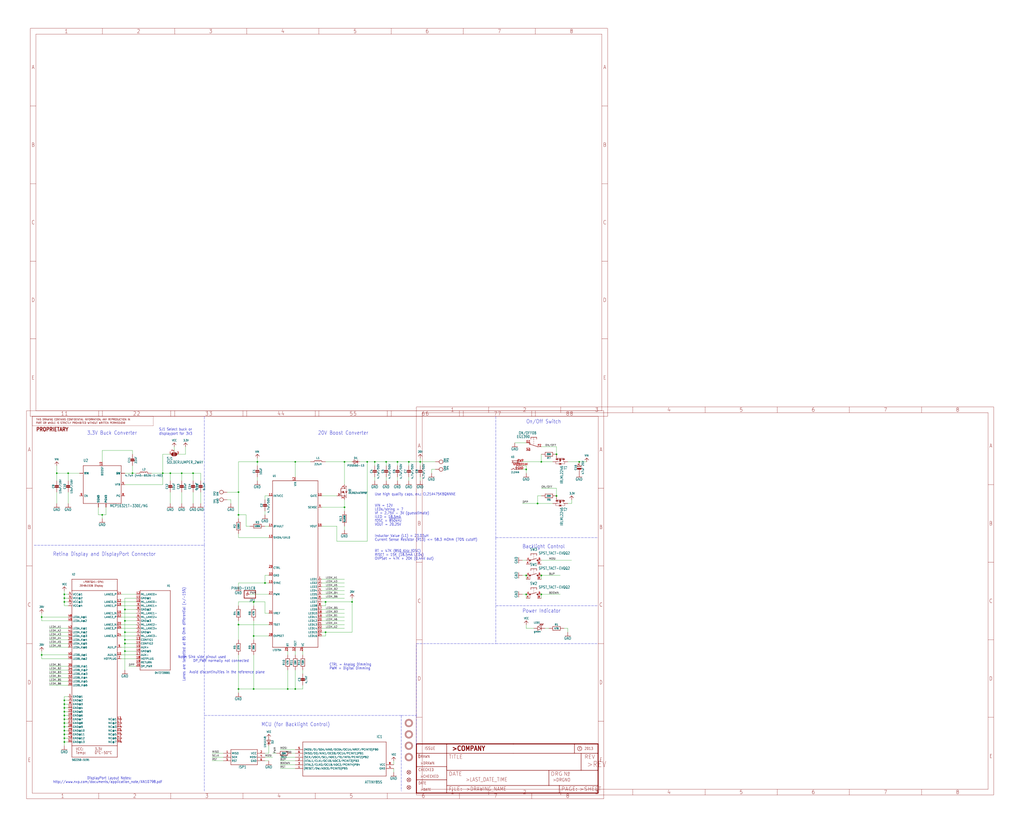
<source format=kicad_sch>
(kicad_sch (version 20211123) (generator eeschema)
  (paper "User" 687.07 555.701)
  (junction (at 353.06 314.96))
  (junction (at 68.58 345.44))
  (junction (at 43.18 480.06))
  (junction (at 373.38 304.8))
  (junction (at 83.82 424.18))
  (junction (at 27.94 414.02))
  (junction (at 170.18 426.72))
  (junction (at 109.22 317.5))
  (junction (at 160.02 330.2))
  (junction (at 43.18 401.32))
  (junction (at 193.04 462.28))
  (junction (at 38.1 317.5))
  (junction (at 388.62 309.88))
  (junction (at 198.12 462.28))
  (junction (at 160.02 462.28))
  (junction (at 266.7 309.88))
  (junction (at 43.18 490.22))
  (junction (at 43.18 474.98))
  (junction (at 43.18 398.78))
  (junction (at 27.94 439.42))
  (junction (at 274.32 309.88))
  (junction (at 43.18 487.68))
  (junction (at 170.18 462.28))
  (junction (at 236.22 403.86))
  (junction (at 259.08 309.88))
  (junction (at 172.72 309.88))
  (junction (at 363.22 309.88))
  (junction (at 281.94 309.88))
  (junction (at 218.44 403.86))
  (junction (at 45.72 317.5))
  (junction (at 43.18 472.44))
  (junction (at 83.82 436.88))
  (junction (at 83.82 416.56))
  (junction (at 170.18 403.86))
  (junction (at 83.82 429.26))
  (junction (at 83.82 408.94))
  (junction (at 363.22 398.78))
  (junction (at 43.18 495.3))
  (junction (at 43.18 497.84))
  (junction (at 353.06 386.08))
  (junction (at 363.22 386.08))
  (junction (at 373.38 332.74))
  (junction (at 160.02 419.1))
  (junction (at 198.12 309.88))
  (junction (at 231.14 309.88))
  (junction (at 160.02 345.44))
  (junction (at 83.82 431.8))
  (junction (at 43.18 492.76))
  (junction (at 43.18 477.52))
  (junction (at 246.38 309.88))
  (junction (at 43.18 469.9))
  (junction (at 218.44 424.18))
  (junction (at 129.54 317.5))
  (junction (at 353.06 398.78))
  (junction (at 177.8 391.16))
  (junction (at 43.18 485.14))
  (junction (at 43.18 403.86))
  (junction (at 360.68 337.82))
  (junction (at 121.92 317.5))
  (junction (at 114.3 317.5))
  (junction (at 43.18 482.6))
  (junction (at 251.46 309.88))
  (junction (at 231.14 340.36))
  (junction (at 88.9 317.5))
  (wire (pts (xy 43.18 487.68) (xy 43.18 490.22)))
  (wire (pts (xy 45.72 469.9) (xy 43.18 469.9)))
  (wire (pts (xy 350.52 312.42) (xy 353.06 312.42)))
  (wire (pts (xy 121.92 317.5) (xy 129.54 317.5)))
  (wire (pts (xy 360.68 332.74) (xy 360.68 337.82)))
  (wire (pts (xy 180.34 419.1) (xy 160.02 419.1)))
  (wire (pts (xy 91.44 439.42) (xy 81.28 439.42)))
  (wire (pts (xy 121.92 322.58) (xy 121.92 317.5)))
  (wire (pts (xy 53.34 317.5) (xy 45.72 317.5)))
  (wire (pts (xy 45.72 485.14) (xy 43.18 485.14)))
  (wire (pts (xy 274.32 309.88) (xy 281.94 309.88)))
  (wire (pts (xy 91.44 406.4) (xy 81.28 406.4)))
  (wire (pts (xy 203.2 436.88) (xy 203.2 439.42)))
  (wire (pts (xy 45.72 472.44) (xy 43.18 472.44)))
  (wire (pts (xy 45.72 467.36) (xy 43.18 467.36)))
  (wire (pts (xy 45.72 406.4) (xy 43.18 406.4)))
  (wire (pts (xy 43.18 467.36) (xy 43.18 469.9)))
  (polyline (pts (xy 332.74 279.4) (xy 332.74 360.68)))
  (wire (pts (xy 218.44 426.72) (xy 218.44 424.18)))
  (wire (pts (xy 180.34 500.38) (xy 180.34 505.46)))
  (wire (pts (xy 231.14 340.36) (xy 231.14 342.9)))
  (polyline (pts (xy 22.86 365.76) (xy 137.16 365.76)))
  (wire (pts (xy 180.34 426.72) (xy 170.18 426.72)))
  (polyline (pts (xy 269.24 480.06) (xy 269.24 530.86)))
  (wire (pts (xy 236.22 424.18) (xy 236.22 403.86)))
  (wire (pts (xy 231.14 419.1) (xy 215.9 419.1)))
  (wire (pts (xy 91.44 411.48) (xy 81.28 411.48)))
  (wire (pts (xy 198.12 436.88) (xy 198.12 439.42)))
  (polyline (pts (xy 332.74 406.4) (xy 401.32 406.4)))
  (wire (pts (xy 246.38 309.88) (xy 241.3 309.88)))
  (wire (pts (xy 177.8 505.46) (xy 180.34 505.46)))
  (wire (pts (xy 68.58 302.26) (xy 88.9 302.26)))
  (wire (pts (xy 149.86 508) (xy 142.24 508)))
  (wire (pts (xy 215.9 403.86) (xy 218.44 403.86)))
  (wire (pts (xy 172.72 309.88) (xy 198.12 309.88)))
  (wire (pts (xy 231.14 421.64) (xy 215.9 421.64)))
  (wire (pts (xy 83.82 436.88) (xy 83.82 449.58)))
  (wire (pts (xy 83.82 431.8) (xy 83.82 436.88)))
  (wire (pts (xy 353.06 312.42) (xy 353.06 314.96)))
  (wire (pts (xy 215.9 424.18) (xy 218.44 424.18)))
  (wire (pts (xy 363.22 327.66) (xy 373.38 327.66)))
  (wire (pts (xy 177.8 386.08) (xy 177.8 391.16)))
  (wire (pts (xy 43.18 477.52) (xy 43.18 480.06)))
  (wire (pts (xy 246.38 363.22) (xy 246.38 309.88)))
  (wire (pts (xy 88.9 317.5) (xy 91.44 317.5)))
  (wire (pts (xy 266.7 312.42) (xy 266.7 309.88)))
  (wire (pts (xy 71.12 340.36) (xy 71.12 345.44)))
  (wire (pts (xy 193.04 449.58) (xy 193.04 462.28)))
  (polyline (pts (xy 137.16 365.76) (xy 137.16 279.4)))
  (wire (pts (xy 45.72 459.74) (xy 33.02 459.74)))
  (wire (pts (xy 45.72 495.3) (xy 43.18 495.3)))
  (wire (pts (xy 43.18 401.32) (xy 43.18 398.78)))
  (wire (pts (xy 363.22 304.8) (xy 363.22 309.88)))
  (wire (pts (xy 114.3 330.2) (xy 114.3 337.82)))
  (wire (pts (xy 45.72 429.26) (xy 33.02 429.26)))
  (wire (pts (xy 152.4 330.2) (xy 160.02 330.2)))
  (wire (pts (xy 353.06 398.78) (xy 353.06 401.32)))
  (wire (pts (xy 167.64 353.06) (xy 165.1 353.06)))
  (polyline (pts (xy 137.16 530.86) (xy 137.16 480.06)))
  (wire (pts (xy 160.02 406.4) (xy 160.02 403.86)))
  (wire (pts (xy 165.1 345.44) (xy 165.1 353.06)))
  (wire (pts (xy 231.14 391.16) (xy 215.9 391.16)))
  (wire (pts (xy 45.72 434.34) (xy 33.02 434.34)))
  (wire (pts (xy 45.72 474.98) (xy 43.18 474.98)))
  (wire (pts (xy 365.76 421.64) (xy 368.3 421.64)))
  (wire (pts (xy 109.22 317.5) (xy 101.6 317.5)))
  (wire (pts (xy 109.22 317.5) (xy 114.3 317.5)))
  (wire (pts (xy 83.82 429.26) (xy 83.82 431.8)))
  (wire (pts (xy 231.14 309.88) (xy 236.22 309.88)))
  (wire (pts (xy 91.44 401.32) (xy 83.82 401.32)))
  (wire (pts (xy 91.44 431.8) (xy 83.82 431.8)))
  (wire (pts (xy 43.18 472.44) (xy 43.18 474.98)))
  (wire (pts (xy 45.72 317.5) (xy 38.1 317.5)))
  (wire (pts (xy 45.72 414.02) (xy 27.94 414.02)))
  (wire (pts (xy 152.4 335.28) (xy 154.94 335.28)))
  (wire (pts (xy 142.24 505.46) (xy 149.86 505.46)))
  (wire (pts (xy 177.8 342.9) (xy 177.8 345.44)))
  (wire (pts (xy 83.82 416.56) (xy 83.82 424.18)))
  (wire (pts (xy 43.18 474.98) (xy 43.18 477.52)))
  (wire (pts (xy 160.02 360.68) (xy 160.02 358.14)))
  (wire (pts (xy 43.18 469.9) (xy 43.18 472.44)))
  (wire (pts (xy 172.72 309.88) (xy 172.72 312.42)))
  (wire (pts (xy 91.44 441.96) (xy 81.28 441.96)))
  (wire (pts (xy 180.34 391.16) (xy 177.8 391.16)))
  (wire (pts (xy 160.02 309.88) (xy 172.72 309.88)))
  (wire (pts (xy 378.46 421.64) (xy 381 421.64)))
  (wire (pts (xy 45.72 477.52) (xy 43.18 477.52)))
  (wire (pts (xy 134.62 317.5) (xy 134.62 322.58)))
  (wire (pts (xy 91.44 398.78) (xy 81.28 398.78)))
  (wire (pts (xy 198.12 515.62) (xy 187.96 515.62)))
  (wire (pts (xy 43.18 490.22) (xy 43.18 492.76)))
  (wire (pts (xy 119.38 304.8) (xy 124.46 304.8)))
  (wire (pts (xy 218.44 309.88) (xy 231.14 309.88)))
  (wire (pts (xy 160.02 462.28) (xy 160.02 464.82)))
  (wire (pts (xy 91.44 421.64) (xy 81.28 421.64)))
  (wire (pts (xy 43.18 495.3) (xy 43.18 497.84)))
  (polyline (pts (xy 332.74 431.8) (xy 401.32 431.8)))
  (wire (pts (xy 68.58 345.44) (xy 68.58 347.98)))
  (wire (pts (xy 83.82 408.94) (xy 83.82 416.56)))
  (wire (pts (xy 160.02 345.44) (xy 160.02 330.2)))
  (wire (pts (xy 45.72 480.06) (xy 43.18 480.06)))
  (wire (pts (xy 353.06 398.78) (xy 350.52 398.78)))
  (wire (pts (xy 215.9 353.06) (xy 226.06 353.06)))
  (wire (pts (xy 373.38 299.72) (xy 373.38 304.8)))
  (wire (pts (xy 45.72 439.42) (xy 27.94 439.42)))
  (polyline (pts (xy 279.4 431.8) (xy 332.74 431.8)))
  (wire (pts (xy 215.9 388.62) (xy 231.14 388.62)))
  (polyline (pts (xy 332.74 360.68) (xy 401.32 360.68)))
  (wire (pts (xy 350.52 375.92) (xy 353.06 375.92)))
  (wire (pts (xy 353.06 419.1) (xy 353.06 421.64)))
  (wire (pts (xy 45.72 330.2) (xy 45.72 337.82)))
  (wire (pts (xy 345.44 297.18) (xy 353.06 297.18)))
  (wire (pts (xy 180.34 332.74) (xy 177.8 332.74)))
  (wire (pts (xy 266.7 309.88) (xy 274.32 309.88)))
  (wire (pts (xy 246.38 309.88) (xy 251.46 309.88)))
  (wire (pts (xy 170.18 426.72) (xy 170.18 416.56)))
  (wire (pts (xy 381 337.82) (xy 383.54 337.82)))
  (wire (pts (xy 350.52 309.88) (xy 363.22 309.88)))
  (wire (pts (xy 193.04 436.88) (xy 193.04 439.42)))
  (wire (pts (xy 160.02 419.1) (xy 160.02 429.26)))
  (wire (pts (xy 231.14 411.48) (xy 215.9 411.48)))
  (wire (pts (xy 91.44 447.04) (xy 86.36 447.04)))
  (wire (pts (xy 231.14 401.32) (xy 215.9 401.32)))
  (wire (pts (xy 91.44 426.72) (xy 81.28 426.72)))
  (wire (pts (xy 91.44 436.88) (xy 83.82 436.88)))
  (wire (pts (xy 231.14 414.02) (xy 215.9 414.02)))
  (wire (pts (xy 45.72 403.86) (xy 43.18 403.86)))
  (wire (pts (xy 68.58 309.88) (xy 68.58 302.26)))
  (wire (pts (xy 43.18 497.84) (xy 43.18 500.38)))
  (wire (pts (xy 370.84 337.82) (xy 360.68 337.82)))
  (wire (pts (xy 91.44 408.94) (xy 83.82 408.94)))
  (wire (pts (xy 231.14 408.94) (xy 215.9 408.94)))
  (wire (pts (xy 170.18 462.28) (xy 160.02 462.28)))
  (wire (pts (xy 91.44 429.26) (xy 83.82 429.26)))
  (wire (pts (xy 45.72 424.18) (xy 33.02 424.18)))
  (polyline (pts (xy 332.74 406.4) (xy 332.74 431.8)))
  (wire (pts (xy 43.18 403.86) (xy 43.18 401.32)))
  (wire (pts (xy 83.82 401.32) (xy 83.82 408.94)))
  (wire (pts (xy 236.22 403.86) (xy 236.22 401.32)))
  (wire (pts (xy 177.8 508) (xy 182.88 508)))
  (wire (pts (xy 381 421.64) (xy 381 424.18)))
  (wire (pts (xy 170.18 403.86) (xy 177.8 403.86)))
  (wire (pts (xy 45.72 416.56) (xy 27.94 416.56)))
  (wire (pts (xy 45.72 447.04) (xy 33.02 447.04)))
  (wire (pts (xy 43.18 480.06) (xy 43.18 482.6)))
  (wire (pts (xy 373.38 327.66) (xy 373.38 332.74)))
  (wire (pts (xy 370.84 309.88) (xy 363.22 309.88)))
  (wire (pts (xy 215.9 340.36) (xy 231.14 340.36)))
  (wire (pts (xy 353.06 314.96) (xy 353.06 317.5)))
  (wire (pts (xy 45.72 449.58) (xy 33.02 449.58)))
  (wire (pts (xy 195.58 505.46) (xy 198.12 505.46)))
  (wire (pts (xy 203.2 449.58) (xy 203.2 452.12)))
  (wire (pts (xy 45.72 457.2) (xy 33.02 457.2)))
  (wire (pts (xy 363.22 401.32) (xy 363.22 398.78)))
  (wire (pts (xy 218.44 403.86) (xy 236.22 403.86)))
  (wire (pts (xy 177.8 353.06) (xy 180.34 353.06)))
  (wire (pts (xy 383.54 337.82) (xy 383.54 335.28)))
  (wire (pts (xy 215.9 406.4) (xy 218.44 406.4)))
  (wire (pts (xy 274.32 312.42) (xy 274.32 309.88)))
  (wire (pts (xy 353.06 386.08) (xy 350.52 386.08)))
  (wire (pts (xy 226.06 363.22) (xy 246.38 363.22)))
  (wire (pts (xy 91.44 416.56) (xy 83.82 416.56)))
  (polyline (pts (xy 332.74 360.68) (xy 332.74 406.4)))
  (wire (pts (xy 91.44 414.02) (xy 81.28 414.02)))
  (wire (pts (xy 193.04 462.28) (xy 170.18 462.28)))
  (wire (pts (xy 160.02 391.16) (xy 160.02 393.7)))
  (wire (pts (xy 218.44 406.4) (xy 218.44 403.86)))
  (wire (pts (xy 292.1 314.96) (xy 289.56 314.96)))
  (wire (pts (xy 170.18 406.4) (xy 170.18 403.86)))
  (wire (pts (xy 109.22 304.8) (xy 109.22 317.5)))
  (wire (pts (xy 259.08 312.42) (xy 259.08 309.88)))
  (wire (pts (xy 109.22 304.8) (xy 114.3 304.8)))
  (polyline (pts (xy 137.16 365.76) (xy 137.16 480.06)))
  (polyline (pts (xy 279.4 480.06) (xy 279.4 500.38)))
  (wire (pts (xy 381 309.88) (xy 388.62 309.88)))
  (wire (pts (xy 43.18 492.76) (xy 43.18 495.3)))
  (wire (pts (xy 27.94 414.02) (xy 27.94 411.48)))
  (wire (pts (xy 45.72 441.96) (xy 27.94 441.96)))
  (wire (pts (xy 66.04 345.44) (xy 68.58 345.44)))
  (wire (pts (xy 45.72 431.8) (xy 33.02 431.8)))
  (wire (pts (xy 45.72 398.78) (xy 43.18 398.78)))
  (wire (pts (xy 264.16 515.62) (xy 264.16 518.16)))
  (wire (pts (xy 353.06 386.08) (xy 353.06 388.62)))
  (wire (pts (xy 231.14 335.28) (xy 231.14 340.36)))
  (wire (pts (xy 198.12 309.88) (xy 198.12 320.04)))
  (wire (pts (xy 388.62 309.88) (xy 393.7 309.88)))
  (wire (pts (xy 198.12 508) (xy 187.96 508)))
  (wire (pts (xy 91.44 419.1) (xy 81.28 419.1)))
  (wire (pts (xy 91.44 424.18) (xy 83.82 424.18)))
  (wire (pts (xy 198.12 449.58) (xy 198.12 462.28)))
  (wire (pts (xy 360.68 337.82) (xy 350.52 337.82)))
  (wire (pts (xy 215.9 426.72) (xy 218.44 426.72)))
  (wire (pts (xy 129.54 330.2) (xy 129.54 337.82)))
  (wire (pts (xy 134.62 330.2) (xy 134.62 337.82)))
  (wire (pts (xy 43.18 482.6) (xy 43.18 485.14)))
  (wire (pts (xy 289.56 314.96) (xy 289.56 317.5)))
  (wire (pts (xy 281.94 320.04) (xy 281.94 322.58)))
  (wire (pts (xy 83.82 424.18) (xy 83.82 429.26)))
  (wire (pts (xy 45.72 497.84) (xy 43.18 497.84)))
  (wire (pts (xy 251.46 320.04) (xy 251.46 322.58)))
  (wire (pts (xy 198.12 462.28) (xy 193.04 462.28)))
  (wire (pts (xy 281.94 312.42) (xy 281.94 309.88)))
  (polyline (pts (xy 137.16 480.06) (xy 269.24 480.06)))
  (wire (pts (xy 160.02 403.86) (xy 170.18 403.86)))
  (wire (pts (xy 203.2 459.74) (xy 203.2 462.28)))
  (wire (pts (xy 177.8 403.86) (xy 177.8 411.48)))
  (wire (pts (xy 170.18 439.42) (xy 170.18 462.28)))
  (wire (pts (xy 160.02 416.56) (xy 160.02 419.1)))
  (wire (pts (xy 251.46 309.88) (xy 259.08 309.88)))
  (wire (pts (xy 27.94 441.96) (xy 27.94 439.42)))
  (wire (pts (xy 180.34 386.08) (xy 177.8 386.08)))
  (wire (pts (xy 124.46 304.8) (xy 124.46 299.72)))
  (wire (pts (xy 160.02 347.98) (xy 160.02 345.44)))
  (wire (pts (xy 88.9 302.26) (xy 88.9 304.8)))
  (wire (pts (xy 266.7 320.04) (xy 266.7 322.58)))
  (wire (pts (xy 66.04 340.36) (xy 66.04 345.44)))
  (wire (pts (xy 177.8 332.74) (xy 177.8 335.28)))
  (wire (pts (xy 231.14 325.12) (xy 231.14 309.88)))
  (wire (pts (xy 203.2 462.28) (xy 198.12 462.28)))
  (wire (pts (xy 363.22 332.74) (xy 360.68 332.74)))
  (wire (pts (xy 231.14 396.24) (xy 215.9 396.24)))
  (wire (pts (xy 45.72 452.12) (xy 33.02 452.12)))
  (wire (pts (xy 170.18 426.72) (xy 170.18 429.26)))
  (wire (pts (xy 363.22 375.92) (xy 383.54 375.92)))
  (wire (pts (xy 91.44 403.86) (xy 81.28 403.86)))
  (wire (pts (xy 259.08 320.04) (xy 259.08 322.58)))
  (wire (pts (xy 116.84 302.26) (xy 116.84 299.72)))
  (wire (pts (xy 251.46 312.42) (xy 251.46 309.88)))
  (wire (pts (xy 83.82 325.12) (xy 109.22 325.12)))
  (wire (pts (xy 185.42 505.46) (xy 182.88 505.46)))
  (polyline (pts (xy 269.24 480.06) (xy 279.4 480.06)))
  (wire (pts (xy 215.9 332.74) (xy 226.06 332.74)))
  (wire (pts (xy 45.72 401.32) (xy 43.18 401.32)))
  (wire (pts (xy 198.12 502.92) (xy 187.96 502.92)))
  (wire (pts (xy 160.02 345.44) (xy 165.1 345.44)))
  (wire (pts (xy 198.12 513.08) (xy 187.96 513.08)))
  (wire (pts (xy 154.94 335.28) (xy 154.94 337.82)))
  (wire (pts (xy 274.32 320.04) (xy 274.32 322.58)))
  (wire (pts (xy 45.72 482.6) (xy 43.18 482.6)))
  (wire (pts (xy 45.72 490.22) (xy 43.18 490.22)))
  (wire (pts (xy 71.12 345.44) (xy 68.58 345.44)))
  (wire (pts (xy 264.16 513.08) (xy 264.16 510.54)))
  (wire (pts (xy 160.02 330.2) (xy 160.02 309.88)))
  (wire (pts (xy 363.22 386.08) (xy 375.92 386.08)))
  (wire (pts (xy 45.72 454.66) (xy 33.02 454.66)))
  (wire (pts (xy 149.86 510.54) (xy 142.24 510.54)))
  (wire (pts (xy 198.12 309.88) (xy 208.28 309.88)))
  (wire (pts (xy 45.72 421.64) (xy 33.02 421.64)))
  (wire (pts (xy 292.1 309.88) (xy 281.94 309.88)))
  (wire (pts (xy 91.44 434.34) (xy 81.28 434.34)))
  (wire (pts (xy 180.34 360.68) (xy 160.02 360.68)))
  (wire (pts (xy 350.52 314.96) (xy 353.06 314.96)))
  (wire (pts (xy 45.72 492.76) (xy 43.18 492.76)))
  (wire (pts (xy 177.8 391.16) (xy 160.02 391.16)))
  (wire (pts (xy 114.3 322.58) (xy 114.3 317.5)))
  (wire (pts (xy 45.72 322.58) (xy 45.72 317.5)))
  (wire (pts (xy 231.14 398.78) (xy 215.9 398.78)))
  (wire (pts (xy 45.72 487.68) (xy 43.18 487.68)))
  (wire (pts (xy 38.1 317.5) (xy 38.1 312.42)))
  (wire (pts (xy 231.14 393.7) (xy 215.9 393.7)))
  (wire (pts (xy 231.14 416.56) (xy 215.9 416.56)))
  (wire (pts (xy 43.18 406.4) (xy 43.18 403.86)))
  (wire (pts (xy 27.94 439.42) (xy 27.94 436.88)))
  (wire (pts (xy 43.18 398.78) (xy 43.18 396.24)))
  (wire (pts (xy 172.72 307.34) (xy 172.72 309.88)))
  (wire (pts (xy 226.06 353.06) (xy 226.06 363.22)))
  (wire (pts (xy 109.22 325.12) (xy 109.22 317.5)))
  (wire (pts (xy 259.08 309.88) (xy 266.7 309.88)))
  (wire (pts (xy 177.8 510.54) (xy 180.34 510.54)))
  (wire (pts (xy 43.18 485.14) (xy 43.18 487.68)))
  (wire (pts (xy 114.3 317.5) (xy 121.92 317.5)))
  (wire (pts (xy 187.96 510.54) (xy 198.12 510.54)))
  (wire (pts (xy 218.44 424.18) (xy 236.22 424.18)))
  (wire (pts (xy 45.72 426.72) (xy 33.02 426.72)))
  (wire (pts (xy 88.9 312.42) (xy 88.9 317.5)))
  (wire (pts (xy 129.54 317.5) (xy 134.62 317.5)))
  (wire (pts (xy 363.22 386.08) (xy 363.22 388.62)))
  (wire (pts (xy 160.02 439.42) (xy 160.02 462.28)))
  (wire (pts (xy 129.54 317.5) (xy 129.54 322.58)))
  (wire (pts (xy 83.82 317.5) (xy 88.9 317.5)))
  (wire (pts (xy 38.1 322.58) (xy 38.1 317.5)))
  (wire (pts (xy 353.06 421.64) (xy 358.14 421.64)))
  (wire (pts (xy 281.94 309.88) (xy 281.94 307.34)))
  (wire (pts (xy 121.92 330.2) (xy 121.92 337.82)))
  (wire (pts (xy 363.22 398.78) (xy 375.92 398.78)))
  (polyline (pts (xy 279.4 480.06) (xy 279.4 431.8)))
  (wire (pts (xy 180.34 398.78) (xy 167.64 398.78)))
  (wire (pts (xy 231.14 353.06) (xy 231.14 355.6)))
  (wire (pts (xy 172.72 322.58) (xy 172.72 320.04)))
  (wire (pts (xy 177.8 411.48) (xy 180.34 411.48)))
  (wire (pts (xy 363.22 299.72) (xy 373.38 299.72)))
  (wire (pts (xy 27.94 416.56) (xy 27.94 414.02)))
  (wire (pts (xy 38.1 330.2) (xy 38.1 337.82)))
  (text "fOSC = ~{850kHz}" (at 251.46 350.52 180) (effects (font (size 1.778 1.5113)) (justify left bottom)))
  (text "RISET = 15K (~{18.5mA} LEDs)" (at 251.46 373.38 180) (effects (font (size 1.778 1.5113)) (justify left bottom)))
  (text "Note: Sink side pinout used~{}" (at 119.38 441.96 180) (effects (font (size 1.778 1.5113)) (justify left bottom)))
  (text "20V Boost Converter" (at 213.36 292.1 180) (effects (font (size 2.54 2.159)) (justify left bottom)))
  (text "VIN = 12V" (at 251.46 340.36 180) (effects (font (size 1.778 1.5113)) (justify left bottom)))
  (text "CTRL = Analog Dimming" (at 220.98 447.04 180) (effects (font (size 1.778 1.5113)) (justify left bottom)))
  (text "SJ1 Select buck or\ndisplayport for 3V3" (at 106.68 292.1 180) (effects (font (size 1.778 1.5113)) (justify left bottom)))
  (text "VOUT = 20.25V" (at 251.46 353.06 180) (effects (font (size 1.778 1.5113)) (justify left bottom)))
  (text "ILED = 18.5mA" (at 251.46 347.98 180) (effects (font (size 1.778 1.5113)) (justify left bottom)))
  (text "DP_PWR normally not connected" (at 129.54 444.5 180) (effects (font (size 1.778 1.5113)) (justify left bottom)))
  (text "Lanes are targetted at 85 Ohm differential (+/-15%)" (at 124.46 457.2 90) (effects (font (size 1.778 1.5113)) (justify left bottom)))
  (text "Power Indicator" (at 350.52 411.48 180) (effects (font (size 2.54 2.159)) (justify left bottom)))
  (text "RT = 47K (850 KHz fOSC)" (at 251.46 370.84 180) (effects (font (size 1.778 1.5113)) (justify left bottom)))
  (text "3.3V Buck Converter" (at 58.42 292.1 180) (effects (font (size 2.54 2.159)) (justify left bottom)))
  (text "Current Sense Resistor (R13) <= 58.3 mOhm (70% cutoff)" (at 251.46 363.22 0) (effects (font (size 1.778 1.5113)) (justify left bottom)))
  (text "Use high quality caps, ex.: CL21A475KBQNNNE" (at 251.46 332.74 180) (effects (font (size 1.778 1.5113)) (justify left bottom)))
  (text "Inductor Value (L1) = 23.03uH" (at 251.46 360.68 180) (effects (font (size 1.778 1.5113)) (justify left bottom)))
  (text "OVPSet = 47K + 20K (0.44V out)" (at 251.46 375.92 180) (effects (font (size 1.778 1.5113)) (justify left bottom)))
  (text "Backlight Control" (at 350.52 368.3 180) (effects (font (size 2.54 2.159)) (justify left bottom)))
  (text "MCU (for Backlight Control)" (at 175.26 487.68 180) (effects (font (size 2.54 2.159)) (justify left bottom)))
  (text "Vf = 2.75V - 3V (guesstimate)" (at 251.46 345.44 180) (effects (font (size 1.778 1.5113)) (justify left bottom)))
  (text "Avoid discontinuities in the reference plane" (at 127 452.12 180) (effects (font (size 1.778 1.5113)) (justify left bottom)))
  (text "http://www.nxp.com/documents/application_note/AN10798.pdf" (at 35.56 525.78 0) (effects (font (size 1.778 1.5113)) (justify left bottom)))
  (text "DisplayPort Layout Notes:" (at 58.42 523.24 180) (effects (font (size 1.778 1.5113)) (justify left bottom)))
  (text "LEDs/string = 7" (at 251.46 342.9 180) (effects (font (size 1.778 1.5113)) (justify left bottom)))
  (text "On/Off Switch" (at 353.06 284.48 180) (effects (font (size 2.54 2.159)) (justify left bottom)))
  (text "Retina Display and DisplayPort Connector" (at 35.56 373.38 180) (effects (font (size 2.54 2.159)) (justify left bottom)))
  (text "PWM = Digital Dimming" (at 220.98 449.58 180) (effects (font (size 1.778 1.5113)) (justify left bottom)))
  (label "LEDK_A6" (at 33.02 434.34 0) (effects (font (size 1.2446 1.2446))))
  (label "BDOWN" (at 187.96 513.08 0) (effects (font (size 1.2446 1.2446))))
  (label "LEDK_B6" (at 218.44 401.32 0) (effects (font (size 1.2446 1.2446))))
  (label "LEDK_B2" (at 33.02 449.58 0) (effects (font (size 1.2446 1.2446))))
  (label "LEDK_A1" (at 218.44 388.62 0) (effects (font (size 1.2446 1.2446))))
  (label "LEDK_B4" (at 218.44 398.78 0) (effects (font (size 1.2446 1.2446))))
  (label "LEDK_A6" (at 218.44 416.56 0) (effects (font (size 1.2446 1.2446))))
  (label "MISO" (at 142.24 505.46 0) (effects (font (size 1.2446 1.2446))))
  (label "LEDK_A1" (at 33.02 421.64 0) (effects (font (size 1.2446 1.2446))))
  (label "RST" (at 187.96 515.62 0) (effects (font (size 1.2446 1.2446))))
  (label "DPP" (at 86.36 447.04 0) (effects (font (size 1.2446 1.2446))))
  (label "ON/OFF" (at 363.22 327.66 0) (effects (font (size 1.2446 1.2446))))
  (label "MOSI" (at 187.96 502.92 0) (effects (font (size 1.2446 1.2446))))
  (label "LEDK_B6" (at 33.02 459.74 0) (effects (font (size 1.2446 1.2446))))
  (label "LEDK_A4" (at 218.44 419.1 0) (effects (font (size 1.2446 1.2446))))
  (label "BDOWN" (at 368.3 398.78 0) (effects (font (size 1.2446 1.2446))))
  (label "LEDK_B4" (at 33.02 454.66 0) (effects (font (size 1.2446 1.2446))))
  (label "BUP" (at 368.3 386.08 0) (effects (font (size 1.2446 1.2446))))
  (label "ON/OFF" (at 365.76 299.72 0) (effects (font (size 1.2446 1.2446))))
  (label "LEDK_A3" (at 218.44 391.16 0) (effects (font (size 1.2446 1.2446))))
  (label "BUP" (at 187.96 510.54 0) (effects (font (size 1.2446 1.2446))))
  (label "MOSI" (at 368.3 375.92 0) (effects (font (size 1.2446 1.2446))))
  (label "PWM" (at 185.42 505.46 90) (effects (font (size 1.2446 1.2446))))
  (label "SCLK" (at 187.96 508 0) (effects (font (size 1.2446 1.2446))))
  (label "LEDK_A4" (at 33.02 429.26 0) (effects (font (size 1.2446 1.2446))))
  (label "MISO" (at 195.58 505.46 180) (effects (font (size 1.016 1.016))))
  (label "LEDK_B1" (at 218.44 414.02 0) (effects (font (size 1.2446 1.2446))))
  (label "LEDK_B5" (at 33.02 457.2 0) (effects (font (size 1.2446 1.2446))))
  (label "LEDK_A2" (at 33.02 424.18 0) (effects (font (size 1.2446 1.2446))))
  (label "LEDK_A2" (at 218.44 421.64 0) (effects (font (size 1.2446 1.2446))))
  (label "LEDK_A5" (at 33.02 431.8 0) (effects (font (size 1.2446 1.2446))))
  (label "LEDK_B1" (at 33.02 447.04 0) (effects (font (size 1.2446 1.2446))))
  (label "LEDK_B5" (at 218.44 408.94 0) (effects (font (size 1.2446 1.2446))))
  (label "LEDK_A5" (at 218.44 393.7 0) (effects (font (size 1.2446 1.2446))))
  (label "SCLK" (at 142.24 508 0) (effects (font (size 1.2446 1.2446))))
  (label "PWM" (at 167.64 398.78 0) (effects (font (size 1.2446 1.2446))))
  (label "LEDK_A3" (at 33.02 426.72 0) (effects (font (size 1.2446 1.2446))))
  (label "LEDK_B3" (at 218.44 411.48 0) (effects (font (size 1.2446 1.2446))))
  (label "DPP" (at 350.52 337.82 0) (effects (font (size 1.2446 1.2446))))
  (label "LEDK_B3" (at 33.02 452.12 0) (effects (font (size 1.2446 1.2446))))
  (label "MOSI" (at 177.8 508 0) (effects (font (size 1.2446 1.2446))))
  (label "RST" (at 142.24 510.54 0) (effects (font (size 1.2446 1.2446))))
  (label "LEDK_B2" (at 218.44 396.24 0) (effects (font (size 1.2446 1.2446))))
  (symbol (lib_id "eagleSchem-eagle-import:GND") (at 121.92 340.36 0) (unit 1)
    (property "Reference" "#U$27" (effects hide))
    (property "Value" "GND" (at 119.38 342.9 0) (effects (font (size 1.778 1.5113)) (justify left bottom)))
    (property "Footprint" "eagleSchem:" (effects hide))
  )
  (symbol (lib_id "eagleSchem-eagle-import:RESISTOR_0805") (at 160.02 353.06 90) (unit 1)
    (property "Reference" "R2" (at 157.48 353.06 0))
    (property "Value" "100K" (at 160.02 353.06 0) (effects (font (size 1.016 1.016) bold)))
    (property "Footprint" "eagleSchem:_0805" (effects hide))
  )
  (symbol (lib_id "eagleSchem-eagle-import:LED0805") (at 363.22 421.64 0) (unit 1)
    (property "Reference" "LED1" (at 358.14 418.465 0) (effects (font (size 1.27 1.0795)) (justify left bottom)))
    (property "Value" "green" (at 358.14 424.434 0) (effects (font (size 1.27 1.0795)) (justify left bottom)))
    (property "Footprint" "eagleSchem:CHIPLED_0805" (effects hide))
  )
  (symbol (lib_id "eagleSchem-eagle-import:VIN") (at 393.7 307.34 0) (unit 1)
    (property "Reference" "#U$7" (effects hide))
    (property "Value" "VIN" (at 392.176 306.324 0) (effects (font (size 1.27 1.0795)) (justify left bottom)))
    (property "Footprint" "eagleSchem:" (effects hide))
  )
  (symbol (lib_id "eagleSchem-eagle-import:CAP_CERAMIC_0805") (at 121.92 327.66 0) (unit 1)
    (property "Reference" "C13" (at 119.63 326.41 90))
    (property "Value" "10uF" (at 124.22 326.41 90))
    (property "Footprint" "eagleSchem:_0805" (effects hide))
  )
  (symbol (lib_id "eagleSchem-eagle-import:FRAME_A3") (at 20.32 279.4 0) (unit 2)
    (property "Reference" "#FRAME1" (effects hide))
    (property "Value" "FRAME_A3" (effects hide))
    (property "Footprint" "eagleSchem:" (effects hide))
  )
  (symbol (lib_id "eagleSchem-eagle-import:GND") (at 134.62 340.36 0) (unit 1)
    (property "Reference" "#U$41" (effects hide))
    (property "Value" "GND" (at 132.08 342.9 0) (effects (font (size 1.778 1.5113)) (justify left bottom)))
    (property "Footprint" "eagleSchem:" (effects hide))
  )
  (symbol (lib_id "eagleSchem-eagle-import:RESISTOR_0805MP") (at 368.3 332.74 180) (unit 1)
    (property "Reference" "R6" (at 368.3 335.28 0))
    (property "Value" "20K" (at 368.3 332.74 0) (effects (font (size 1.016 1.016) bold)))
    (property "Footprint" "eagleSchem:_0805MP" (effects hide))
  )
  (symbol (lib_id "eagleSchem-eagle-import:GND") (at 259.08 325.12 0) (unit 1)
    (property "Reference" "#U$23" (effects hide))
    (property "Value" "GND" (at 256.54 327.66 0) (effects (font (size 1.778 1.5113)) (justify left bottom)))
    (property "Footprint" "eagleSchem:" (effects hide))
  )
  (symbol (lib_id "eagleSchem-eagle-import:VREG_LT3754") (at 198.12 381 0) (unit 1)
    (property "Reference" "U1" (at 182.88 320.04 0) (effects (font (size 1.27 1.0795)) (justify left bottom)))
    (property "Value" "LT3754" (at 182.88 436.88 0) (effects (font (size 1.27 1.0795)) (justify left bottom)))
    (property "Footprint" "eagleSchem:QFN32_5MM" (effects hide))
  )
  (symbol (lib_id "eagleSchem-eagle-import:PMOSSOT23") (at 375.92 337.82 270) (unit 1)
    (property "Reference" "T2" (at 378.46 340.36 0) (effects (font (size 1.778 1.5113)) (justify left bottom)))
    (property "Value" "IRLML2246" (at 375.92 340.36 0) (effects (font (size 1.778 1.5113)) (justify left bottom)))
    (property "Footprint" "eagleSchem:SOT-23" (effects hide))
  )
  (symbol (lib_id "eagleSchem-eagle-import:GND") (at 38.1 340.36 0) (unit 1)
    (property "Reference" "#U$14" (effects hide))
    (property "Value" "GND" (at 35.56 342.9 0) (effects (font (size 1.778 1.5113)) (justify left bottom)))
    (property "Footprint" "eagleSchem:" (effects hide))
  )
  (symbol (lib_id "eagleSchem-eagle-import:GND") (at 231.14 358.14 0) (unit 1)
    (property "Reference" "#U$21" (effects hide))
    (property "Value" "GND" (at 228.6 360.68 0) (effects (font (size 1.778 1.5113)) (justify left bottom)))
    (property "Footprint" "eagleSchem:" (effects hide))
  )
  (symbol (lib_id "eagleSchem-eagle-import:MOUNTINGHOLE3.0THIN") (at 274.32 500.38 0) (unit 1)
    (property "Reference" "U$32" (effects hide))
    (property "Value" "MOUNTINGHOLE3.0THIN" (effects hide))
    (property "Footprint" "eagleSchem:MOUNTINGHOLE_3.0_PLATEDTHIN" (effects hide))
  )
  (symbol (lib_id "eagleSchem-eagle-import:GND") (at 345.44 299.72 0) (unit 1)
    (property "Reference" "#GND16" (effects hide))
    (property "Value" "GND" (at 342.9 302.26 0) (effects (font (size 1.778 1.5113)) (justify left bottom)))
    (property "Footprint" "eagleSchem:" (effects hide))
  )
  (symbol (lib_id "eagleSchem-eagle-import:RESISTOR_0805") (at 170.18 411.48 90) (unit 1)
    (property "Reference" "R8" (at 167.64 411.48 0))
    (property "Value" "47K" (at 170.18 411.48 0) (effects (font (size 1.016 1.016) bold)))
    (property "Footprint" "eagleSchem:_0805" (effects hide))
  )
  (symbol (lib_id "eagleSchem-eagle-import:GND") (at 177.8 347.98 0) (unit 1)
    (property "Reference" "#U$16" (effects hide))
    (property "Value" "GND" (at 175.26 350.52 0) (effects (font (size 1.778 1.5113)) (justify left bottom)))
    (property "Footprint" "eagleSchem:" (effects hide))
  )
  (symbol (lib_id "eagleSchem-eagle-import:DISP_DISPLAYPORT_LP097QX1-SPA1HANDSOLDERING") (at 63.5 447.04 0) (unit 1)
    (property "Reference" "X2" (at 48.26 386.08 0) (effects (font (size 1.27 1.0795)) (justify left bottom)))
    (property "Value" "502250-5191" (at 48.26 510.54 0) (effects (font (size 1.27 1.0795)) (justify left bottom)))
    (property "Footprint" "eagleSchem:FPC_51PIN_502250-5191_EXT" (effects hide))
  )
  (symbol (lib_id "eagleSchem-eagle-import:FIDUCIAL{dblquote}{dblquote}") (at 274.32 528.32 0) (unit 1)
    (property "Reference" "FID1" (effects hide))
    (property "Value" "FIDUCIAL{dblquote}{dblquote}" (effects hide))
    (property "Footprint" "eagleSchem:FIDUCIAL_1MM" (effects hide))
  )
  (symbol (lib_id "eagleSchem-eagle-import:TESTPOINTROUND1MM") (at 292.1 314.96 270) (unit 1)
    (property "Reference" "TP4" (at 299.72 312.42 0) (effects (font (size 1.27 1.0795)) (justify left bottom)))
    (property "Value" "GND" (at 297.815 312.42 0) (effects (font (size 1.27 1.0795)) (justify left bottom)))
    (property "Footprint" "eagleSchem:TESTPOINT_ROUND_1MM" (effects hide))
  )
  (symbol (lib_id "eagleSchem-eagle-import:VCC") (at 353.06 416.56 0) (unit 1)
    (property "Reference" "#P+2" (effects hide))
    (property "Value" "VCC" (at 351.536 415.544 0) (effects (font (size 1.27 1.0795)) (justify left bottom)))
    (property "Footprint" "eagleSchem:" (effects hide))
  )
  (symbol (lib_id "eagleSchem-eagle-import:CAP_CERAMIC_0805") (at 45.72 327.66 0) (unit 1)
    (property "Reference" "C10" (at 43.43 326.41 90))
    (property "Value" "10uF/16V" (at 48.02 326.41 90))
    (property "Footprint" "eagleSchem:_0805" (effects hide))
  )
  (symbol (lib_id "eagleSchem-eagle-import:FIDUCIAL{dblquote}{dblquote}") (at 274.32 518.16 0) (unit 1)
    (property "Reference" "FID3" (effects hide))
    (property "Value" "FIDUCIAL{dblquote}{dblquote}" (effects hide))
    (property "Footprint" "eagleSchem:FIDUCIAL_1MM" (effects hide))
  )
  (symbol (lib_id "eagleSchem-eagle-import:DIODEPOWERDI") (at 238.76 309.88 0) (unit 1)
    (property "Reference" "D1" (at 238.76 307.34 0))
    (property "Value" "PDS560-13" (at 238.76 312.38 0))
    (property "Footprint" "eagleSchem:POWERDI-5" (effects hide))
  )
  (symbol (lib_id "eagleSchem-eagle-import:GND") (at 172.72 325.12 0) (unit 1)
    (property "Reference" "#U$17" (effects hide))
    (property "Value" "GND" (at 170.18 327.66 0) (effects (font (size 1.778 1.5113)) (justify left bottom)))
    (property "Footprint" "eagleSchem:" (effects hide))
  )
  (symbol (lib_id "eagleSchem-eagle-import:RESISTOR_0805") (at 373.38 421.64 0) (unit 1)
    (property "Reference" "R1" (at 373.38 419.1 0))
    (property "Value" "470" (at 373.38 421.64 0) (effects (font (size 1.016 1.016) bold)))
    (property "Footprint" "eagleSchem:_0805" (effects hide))
  )
  (symbol (lib_id "eagleSchem-eagle-import:DIODESOD-323") (at 180.34 497.84 270) (unit 1)
    (property "Reference" "D2" (at 182.88 497.84 0))
    (property "Value" "1N4148" (at 177.84 497.84 0))
    (property "Footprint" "eagleSchem:SOD-323" (effects hide))
  )
  (symbol (lib_id "eagleSchem-eagle-import:GND") (at 266.7 325.12 0) (unit 1)
    (property "Reference" "#U$24" (effects hide))
    (property "Value" "GND" (at 264.16 327.66 0) (effects (font (size 1.778 1.5113)) (justify left bottom)))
    (property "Footprint" "eagleSchem:" (effects hide))
  )
  (symbol (lib_id "eagleSchem-eagle-import:VCC") (at 43.18 393.7 0) (unit 1)
    (property "Reference" "#P+1" (effects hide))
    (property "Value" "VCC" (at 41.656 392.684 0) (effects (font (size 1.27 1.0795)) (justify left bottom)))
    (property "Footprint" "eagleSchem:" (effects hide))
  )
  (symbol (lib_id "eagleSchem-eagle-import:CAP_CERAMIC_0805") (at 134.62 327.66 0) (unit 1)
    (property "Reference" "C15" (at 132.33 326.41 90))
    (property "Value" "0.1uF" (at 136.92 326.41 90))
    (property "Footprint" "eagleSchem:_0805" (effects hide))
  )
  (symbol (lib_id "eagleSchem-eagle-import:VCC") (at 264.16 508 0) (unit 1)
    (property "Reference" "#P+4" (effects hide))
    (property "Value" "VCC" (at 262.636 506.984 0) (effects (font (size 1.27 1.0795)) (justify left bottom)))
    (property "Footprint" "eagleSchem:" (effects hide))
  )
  (symbol (lib_id "eagleSchem-eagle-import:CAP_CERAMIC_0805") (at 129.54 327.66 0) (unit 1)
    (property "Reference" "C14" (at 127.25 326.41 90))
    (property "Value" "0.1uF" (at 131.84 326.41 90))
    (property "Footprint" "eagleSchem:_0805" (effects hide))
  )
  (symbol (lib_id "eagleSchem-eagle-import:TESTPOINTROUND1MM") (at 152.4 330.2 90) (unit 1)
    (property "Reference" "TP2" (at 144.78 332.74 0) (effects (font (size 1.27 1.0795)) (justify left bottom)))
    (property "Value" "VIN" (at 146.685 332.74 0) (effects (font (size 1.27 1.0795)) (justify left bottom)))
    (property "Footprint" "eagleSchem:TESTPOINT_ROUND_1MM" (effects hide))
  )
  (symbol (lib_id "eagleSchem-eagle-import:CAP_CERAMIC_0805") (at 203.2 457.2 0) (unit 1)
    (property "Reference" "C3" (at 200.91 455.95 90))
    (property "Value" "4.7nF" (at 205.5 455.95 90))
    (property "Footprint" "eagleSchem:_0805" (effects hide))
  )
  (symbol (lib_id "eagleSchem-eagle-import:DCBARRELSMT_CORRECT") (at 347.98 312.42 0) (unit 1)
    (property "Reference" "X3" (at 342.9 307.34 0) (effects (font (size 1.27 1.0795)) (justify left bottom)))
    (property "Value" "2.1mm" (at 342.9 317.5 0) (effects (font (size 1.27 1.0795)) (justify left bottom)))
    (property "Footprint" "eagleSchem:DCJACK_2MM_SMT" (effects hide))
  )
  (symbol (lib_id "eagleSchem-eagle-import:GND") (at 68.58 350.52 0) (unit 1)
    (property "Reference" "#U$4" (effects hide))
    (property "Value" "GND" (at 66.04 353.06 0) (effects (font (size 1.778 1.5113)) (justify left bottom)))
    (property "Footprint" "eagleSchem:" (effects hide))
  )
  (symbol (lib_id "eagleSchem-eagle-import:RESISTOR_0805") (at 193.04 444.5 90) (unit 1)
    (property "Reference" "R10" (at 190.5 444.5 0))
    (property "Value" "47K" (at 193.04 444.5 0) (effects (font (size 1.016 1.016) bold)))
    (property "Footprint" "eagleSchem:_0805" (effects hide))
  )
  (symbol (lib_id "eagleSchem-eagle-import:MOSFET-NDPAK") (at 228.6 330.2 0) (unit 1)
    (property "Reference" "Q1" (at 233.68 329.565 0) (effects (font (size 1.27 1.0795)) (justify left bottom)))
    (property "Value" "IRLR024NTRPBF" (at 233.68 331.47 0) (effects (font (size 1.27 1.0795)) (justify left bottom)))
    (property "Footprint" "eagleSchem:DPAK" (effects hide))
  )
  (symbol (lib_id "eagleSchem-eagle-import:3.3V") (at 124.46 297.18 0) (unit 1)
    (property "Reference" "#U$44" (effects hide))
    (property "Value" "3.3V" (at 122.936 296.164 0) (effects (font (size 1.27 1.0795)) (justify left bottom)))
    (property "Footprint" "eagleSchem:" (effects hide))
  )
  (symbol (lib_id "eagleSchem-eagle-import:GND") (at 160.02 396.24 0) (unit 1)
    (property "Reference" "#U$19" (effects hide))
    (property "Value" "GND" (at 157.48 398.78 0) (effects (font (size 1.778 1.5113)) (justify left bottom)))
    (property "Footprint" "eagleSchem:" (effects hide))
  )
  (symbol (lib_id "eagleSchem-eagle-import:GND") (at 347.98 398.78 270) (unit 1)
    (property "Reference" "#U$29" (effects hide))
    (property "Value" "GND" (at 345.44 396.24 0) (effects (font (size 1.778 1.5113)) (justify left bottom)))
    (property "Footprint" "eagleSchem:" (effects hide))
  )
  (symbol (lib_id "eagleSchem-eagle-import:CAP_CERAMIC_0805") (at 38.1 327.66 0) (unit 1)
    (property "Reference" "C9" (at 35.81 326.41 90))
    (property "Value" "10uF/16V" (at 40.4 326.41 90))
    (property "Footprint" "eagleSchem:_0805" (effects hide))
  )
  (symbol (lib_id "eagleSchem-eagle-import:PINHD-1X1CB") (at 165.1 398.78 180) (unit 1)
    (property "Reference" "JP1" (at 171.45 401.955 0) (effects (font (size 1.778 1.5113)) (justify left bottom)))
    (property "Value" "PINHD-1X1CB" (at 171.45 393.7 0) (effects (font (size 1.778 1.5113)) (justify left bottom)))
    (property "Footprint" "eagleSchem:1X01-CLEANBIG" (effects hide))
  )
  (symbol (lib_id "eagleSchem-eagle-import:INDUCTORTDK_VLC5045") (at 96.52 317.5 0) (unit 1)
    (property "Reference" "L2" (at 96.52 314.96 0))
    (property "Value" "4.7uH (445-6526-1-ND)" (at 96.52 319.04 0))
    (property "Footprint" "eagleSchem:INDUCTOR_5X5MM_TDK_VLC5045" (effects hide))
  )
  (symbol (lib_id "eagleSchem-eagle-import:FRAME_A3") (at 279.4 533.4 0) (unit 3)
    (property "Reference" "#FRAME1" (effects hide))
    (property "Value" "FRAME_A3" (effects hide))
    (property "Footprint" "eagleSchem:" (effects hide))
  )
  (symbol (lib_id "eagleSchem-eagle-import:20V") (at 236.22 398.78 0) (unit 1)
    (property "Reference" "#U$40" (effects hide))
    (property "Value" "20V" (at 234.696 397.764 0) (effects (font (size 1.27 1.0795)) (justify left bottom)))
    (property "Footprint" "eagleSchem:" (effects hide))
  )
  (symbol (lib_id "eagleSchem-eagle-import:FIDUCIAL{dblquote}{dblquote}") (at 274.32 523.24 0) (unit 1)
    (property "Reference" "FID2" (effects hide))
    (property "Value" "FIDUCIAL{dblquote}{dblquote}" (effects hide))
    (property "Footprint" "eagleSchem:FIDUCIAL_1MM" (effects hide))
  )
  (symbol (lib_id "eagleSchem-eagle-import:RESISTOR_0805") (at 170.18 434.34 90) (unit 1)
    (property "Reference" "R9" (at 167.64 434.34 0))
    (property "Value" "20K" (at 170.18 434.34 0) (effects (font (size 1.016 1.016) bold)))
    (property "Footprint" "eagleSchem:_0805" (effects hide))
  )
  (symbol (lib_id "eagleSchem-eagle-import:GND") (at 289.56 320.04 0) (unit 1)
    (property "Reference" "#U$37" (effects hide))
    (property "Value" "GND" (at 287.02 322.58 0) (effects (font (size 1.778 1.5113)) (justify left bottom)))
    (property "Footprint" "eagleSchem:" (effects hide))
  )
  (symbol (lib_id "eagleSchem-eagle-import:ATTINY85S") (at 231.14 508 0) (mirror y) (unit 1)
    (property "Reference" "IC1" (at 256.54 495.3 0) (effects (font (size 1.778 1.5113)) (justify left bottom)))
    (property "Value" "ATTINY85S" (at 256.54 525.78 0) (effects (font (size 1.778 1.5113)) (justify left bottom)))
    (property "Footprint" "eagleSchem:SOIC8" (effects hide))
  )
  (symbol (lib_id "eagleSchem-eagle-import:GND") (at 129.54 340.36 0) (unit 1)
    (property "Reference" "#U$12" (effects hide))
    (property "Value" "GND" (at 127 342.9 0) (effects (font (size 1.778 1.5113)) (justify left bottom)))
    (property "Footprint" "eagleSchem:" (effects hide))
  )
  (symbol (lib_id "eagleSchem-eagle-import:RESISTOR_0805") (at 160.02 411.48 90) (unit 1)
    (property "Reference" "R4" (at 157.48 411.48 0))
    (property "Value" "20K" (at 160.02 411.48 0) (effects (font (size 1.016 1.016) bold)))
    (property "Footprint" "eagleSchem:_0805" (effects hide))
  )
  (symbol (lib_id "eagleSchem-eagle-import:MOUNTINGHOLE3.0THIN") (at 274.32 508 0) (unit 1)
    (property "Reference" "U$11" (effects hide))
    (property "Value" "MOUNTINGHOLE3.0THIN" (effects hide))
    (property "Footprint" "eagleSchem:MOUNTINGHOLE_3.0_PLATEDTHIN" (effects hide))
  )
  (symbol (lib_id "eagleSchem-eagle-import:GND") (at 353.06 320.04 0) (unit 1)
    (property "Reference" "#U$8" (effects hide))
    (property "Value" "GND" (at 350.52 322.58 0) (effects (font (size 1.778 1.5113)) (justify left bottom)))
    (property "Footprint" "eagleSchem:" (effects hide))
  )
  (symbol (lib_id "eagleSchem-eagle-import:MOUNTINGHOLE3.0THIN") (at 274.32 485.14 0) (unit 1)
    (property "Reference" "U$34" (effects hide))
    (property "Value" "MOUNTINGHOLE3.0THIN" (effects hide))
    (property "Footprint" "eagleSchem:MOUNTINGHOLE_3.0_PLATEDTHIN" (effects hide))
  )
  (symbol (lib_id "eagleSchem-eagle-import:GND") (at 347.98 375.92 270) (unit 1)
    (property "Reference" "#U$28" (effects hide))
    (property "Value" "GND" (at 345.44 373.38 0) (effects (font (size 1.778 1.5113)) (justify left bottom)))
    (property "Footprint" "eagleSchem:" (effects hide))
  )
  (symbol (lib_id "eagleSchem-eagle-import:MOUNTINGHOLE3.0THIN") (at 274.32 492.76 0) (unit 1)
    (property "Reference" "U$33" (effects hide))
    (property "Value" "MOUNTINGHOLE3.0THIN" (effects hide))
    (property "Footprint" "eagleSchem:MOUNTINGHOLE_3.0_PLATEDTHIN" (effects hide))
  )
  (symbol (lib_id "eagleSchem-eagle-import:SPST_TACT-EVQQ2") (at 358.14 386.08 270) (unit 1)
    (property "Reference" "SW1" (at 355.6 379.73 90) (effects (font (size 1.778 1.5113)) (justify left bottom)))
    (property "Value" "SPST_TACT-EVQQ2" (at 361.315 382.27 90) (effects (font (size 1.778 1.5113)) (justify left bottom)))
    (property "Footprint" "eagleSchem:EVQ-Q2" (effects hide))
  )
  (symbol (lib_id "eagleSchem-eagle-import:CAP_CERAMIC_0805") (at 114.3 327.66 0) (unit 1)
    (property "Reference" "C12" (at 112.01 326.41 90))
    (property "Value" "10uF" (at 116.6 326.41 90))
    (property "Footprint" "eagleSchem:_0805" (effects hide))
  )
  (symbol (lib_id "eagleSchem-eagle-import:RESISTOR_0805MP") (at 368.3 304.8 180) (unit 1)
    (property "Reference" "R7" (at 368.3 307.34 0))
    (property "Value" "20K" (at 368.3 304.8 0) (effects (font (size 1.016 1.016) bold)))
    (property "Footprint" "eagleSchem:_0805MP" (effects hide))
  )
  (symbol (lib_id "eagleSchem-eagle-import:RESISTOR_0805") (at 190.5 505.46 180) (unit 1)
    (property "Reference" "R14" (at 190.5 508 0))
    (property "Value" "20K" (at 190.5 505.46 0) (effects (font (size 1.016 1.016) bold)))
    (property "Footprint" "eagleSchem:_0805" (effects hide))
  )
  (symbol (lib_id "eagleSchem-eagle-import:VIN") (at 38.1 309.88 0) (unit 1)
    (property "Reference" "#U$13" (effects hide))
    (property "Value" "VIN" (at 36.576 308.864 0) (effects (font (size 1.27 1.0795)) (justify left bottom)))
    (property "Footprint" "eagleSchem:" (effects hide))
  )
  (symbol (lib_id "eagleSchem-eagle-import:CAP_CERAMIC_0805") (at 266.7 317.5 0) (unit 1)
    (property "Reference" "C6" (at 264.41 316.25 90))
    (property "Value" "4.7uF/50V" (at 269 316.25 90))
    (property "Footprint" "eagleSchem:_0805" (effects hide))
  )
  (symbol (lib_id "eagleSchem-eagle-import:GND") (at 154.94 340.36 0) (unit 1)
    (property "Reference" "#U$36" (effects hide))
    (property "Value" "GND" (at 152.4 342.9 0) (effects (font (size 1.778 1.5113)) (justify left bottom)))
    (property "Footprint" "eagleSchem:" (effects hide))
  )
  (symbol (lib_id "eagleSchem-eagle-import:INDUCTORCDRH5D28") (at 213.36 309.88 0) (unit 1)
    (property "Reference" "L1" (at 213.36 307.34 0))
    (property "Value" "22uH" (at 213.36 311.42 0))
    (property "Footprint" "eagleSchem:INDUCTOR_6X6MM_SUMIDA_CDRH5D28" (effects hide))
  )
  (symbol (lib_id "eagleSchem-eagle-import:VIN") (at 172.72 304.8 0) (unit 1)
    (property "Reference" "#U$6" (effects hide))
    (property "Value" "VIN" (at 171.196 303.784 0) (effects (font (size 1.27 1.0795)) (justify left bottom)))
    (property "Footprint" "eagleSchem:" (effects hide))
  )
  (symbol (lib_id "eagleSchem-eagle-import:RESISTOR_0805") (at 172.72 353.06 0) (unit 1)
    (property "Reference" "R3" (at 172.72 350.52 0))
    (property "Value" "100K" (at 172.72 353.06 0) (effects (font (size 1.016 1.016) bold)))
    (property "Footprint" "eagleSchem:_0805" (effects hide))
  )
  (symbol (lib_id "eagleSchem-eagle-import:VCC") (at 180.34 492.76 0) (unit 1)
    (property "Reference" "#P+7" (effects hide))
    (property "Value" "VCC" (at 178.816 491.744 0) (effects (font (size 1.27 1.0795)) (justify left bottom)))
    (property "Footprint" "eagleSchem:" (effects hide))
  )
  (symbol (lib_id "eagleSchem-eagle-import:TESTPOINTROUND1MM") (at 292.1 309.88 270) (unit 1)
    (property "Reference" "TP3" (at 299.72 307.34 0) (effects (font (size 1.27 1.0795)) (justify left bottom)))
    (property "Value" "20V" (at 297.815 307.34 0) (effects (font (size 1.27 1.0795)) (justify left bottom)))
    (property "Footprint" "eagleSchem:TESTPOINT_ROUND_1MM" (effects hide))
  )
  (symbol (lib_id "eagleSchem-eagle-import:20V") (at 27.94 408.94 0) (unit 1)
    (property "Reference" "#U$5" (effects hide))
    (property "Value" "20V" (at 26.416 407.924 0) (effects (font (size 1.27 1.0795)) (justify left bottom)))
    (property "Footprint" "eagleSchem:" (effects hide))
  )
  (symbol (lib_id "eagleSchem-eagle-import:GND") (at 45.72 340.36 0) (unit 1)
    (property "Reference" "#U$15" (effects hide))
    (property "Value" "GND" (at 43.18 342.9 0) (effects (font (size 1.778 1.5113)) (justify left bottom)))
    (property "Footprint" "eagleSchem:" (effects hide))
  )
  (symbol (lib_id "eagleSchem-eagle-import:SPST_TACT-EVQQ2") (at 358.14 375.92 270) (unit 1)
    (property "Reference" "SW3" (at 355.6 369.57 90) (effects (font (size 1.778 1.5113)) (justify left bottom)))
    (property "Value" "SPST_TACT-EVQQ2" (at 361.315 372.11 90) (effects (font (size 1.778 1.5113)) (justify left bottom)))
    (property "Footprint" "eagleSchem:EVQ-Q2" (effects hide))
  )
  (symbol (lib_id "eagleSchem-eagle-import:CAP_CERAMIC_0805") (at 259.08 317.5 0) (unit 1)
    (property "Reference" "C5" (at 256.79 316.25 90))
    (property "Value" "4.7uF/50V" (at 261.38 316.25 90))
    (property "Footprint" "eagleSchem:_0805" (effects hide))
  )
  (symbol (lib_id "eagleSchem-eagle-import:GND") (at 388.62 320.04 0) (unit 1)
    (property "Reference" "#U$42" (effects hide))
    (property "Value" "GND" (at 386.08 322.58 0) (effects (font (size 1.778 1.5113)) (justify left bottom)))
    (property "Footprint" "eagleSchem:" (effects hide))
  )
  (symbol (lib_id "eagleSchem-eagle-import:GND") (at 274.32 325.12 0) (unit 1)
    (property "Reference" "#U$25" (effects hide))
    (property "Value" "GND" (at 271.78 327.66 0) (effects (font (size 1.778 1.5113)) (justify left bottom)))
    (property "Footprint" "eagleSchem:" (effects hide))
  )
  (symbol (lib_id "eagleSchem-eagle-import:GND") (at 251.46 325.12 0) (unit 1)
    (property "Reference" "#U$22" (effects hide))
    (property "Value" "GND" (at 248.92 327.66 0) (effects (font (size 1.778 1.5113)) (justify left bottom)))
    (property "Footprint" "eagleSchem:" (effects hide))
  )
  (symbol (lib_id "eagleSchem-eagle-import:CAP_CERAMIC_0805") (at 251.46 317.5 0) (unit 1)
    (property "Reference" "C4" (at 249.17 316.25 90))
    (property "Value" "4.7uF/50V" (at 253.76 316.25 90))
    (property "Footprint" "eagleSchem:_0805" (effects hide))
  )
  (symbol (lib_id "eagleSchem-eagle-import:GND") (at 180.34 513.08 0) (unit 1)
    (property "Reference" "#U$31" (effects hide))
    (property "Value" "GND" (at 177.8 515.62 0) (effects (font (size 1.778 1.5113)) (justify left bottom)))
    (property "Footprint" "eagleSchem:" (effects hide))
  )
  (symbol (lib_id "eagleSchem-eagle-import:VREG_MCP16321{slash}2") (at 68.58 325.12 0) (unit 1)
    (property "Reference" "U2" (at 55.88 309.88 0) (effects (font (size 1.778 1.5113)) (justify left bottom)))
    (property "Value" "MCP16321T-330E/NG " (at 73.66 340.36 0) (effects (font (size 1.778 1.5113)) (justify left bottom)))
    (property "Footprint" "eagleSchem:QFN16_3MM" (effects hide))
  )
  (symbol (lib_id "eagleSchem-eagle-import:20V") (at 27.94 434.34 0) (unit 1)
    (property "Reference" "#U$3" (effects hide))
    (property "Value" "20V" (at 26.416 433.324 0) (effects (font (size 1.27 1.0795)) (justify left bottom)))
    (property "Footprint" "eagleSchem:" (effects hide))
  )
  (symbol (lib_id "eagleSchem-eagle-import:VCC") (at 116.84 297.18 0) (unit 1)
    (property "Reference" "#P+5" (effects hide))
    (property "Value" "VCC" (at 115.316 296.164 0) (effects (font (size 1.27 1.0795)) (justify left bottom)))
    (property "Footprint" "eagleSchem:" (effects hide))
  )
  (symbol (lib_id "eagleSchem-eagle-import:RESISTOR_0805") (at 160.02 434.34 90) (unit 1)
    (property "Reference" "R5" (at 157.48 434.34 0))
    (property "Value" "27K" (at 160.02 434.34 0) (effects (font (size 1.016 1.016) bold)))
    (property "Footprint" "eagleSchem:_0805" (effects hide))
  )
  (symbol (lib_id "eagleSchem-eagle-import:SOLDERJUMPER_2WAY") (at 116.84 304.8 0) (unit 1)
    (property "Reference" "SJ1" (at 111.76 308.61 0) (effects (font (size 1.778 1.5113)) (justify left bottom)))
    (property "Value" "SOLDERJUMPER_2WAY" (at 111.76 311.15 0) (effects (font (size 1.778 1.5113)) (justify left bottom)))
    (property "Footprint" "eagleSchem:SOLDERJUMPER_2WAY_OPEN_NOPASTE" (effects hide))
  )
  (symbol (lib_id "eagleSchem-eagle-import:GND") (at 83.82 452.12 0) (unit 1)
    (property "Reference" "#U$1" (effects hide))
    (property "Value" "GND" (at 81.28 454.66 0) (effects (font (size 1.778 1.5113)) (justify left bottom)))
    (property "Footprint" "eagleSchem:" (effects hide))
  )
  (symbol (lib_id "eagleSchem-eagle-import:CAP_CERAMIC_0805") (at 172.72 317.5 0) (unit 1)
    (property "Reference" "C1" (at 170.43 316.25 90))
    (property "Value" "10uF" (at 175.02 316.25 90))
    (property "Footprint" "eagleSchem:_0805" (effects hide))
  )
  (symbol (lib_id "eagleSchem-eagle-import:DPDT-EG1390") (at 358.14 299.72 90) (mirror x) (unit 2)
    (property "Reference" "ON/OFF0" (at 360.045 291.465 90) (effects (font (size 1.778 1.5113)) (justify left bottom)))
    (property "Value" "EG1390" (at 355.6 294.005 90) (effects (font (size 1.778 1.5113)) (justify left bottom)))
    (property "Footprint" "eagleSchem:EG1390" (effects hide))
  )
  (symbol (lib_id "eagleSchem-eagle-import:20V") (at 281.94 304.8 0) (unit 1)
    (property "Reference" "#U$38" (effects hide))
    (property "Value" "20V" (at 280.416 303.784 0) (effects (font (size 1.27 1.0795)) (justify left bottom)))
    (property "Footprint" "eagleSchem:" (effects hide))
  )
  (symbol (lib_id "eagleSchem-eagle-import:DISPLAYPORTSINKSIDE") (at 104.14 424.18 0) (mirror y) (unit 1)
    (property "Reference" "X1" (at 114.3 393.7 0) (effects (font (size 1.27 1.0795)) (justify left bottom)))
    (property "Value" "0472720001" (at 114.3 452.12 0) (effects (font (size 1.27 1.0795)) (justify left bottom)))
    (property "Footprint" "eagleSchem:DISPLAYPORT_0472720001" (effects hide))
  )
  (symbol (lib_id "eagleSchem-eagle-import:GND") (at 43.18 502.92 0) (unit 1)
    (property "Reference" "#U$2" (effects hide))
    (property "Value" "GND" (at 40.64 505.46 0) (effects (font (size 1.778 1.5113)) (justify left bottom)))
    (property "Footprint" "eagleSchem:" (effects hide))
  )
  (symbol (lib_id "eagleSchem-eagle-import:CAP_CERAMIC_0805") (at 274.32 317.5 0) (unit 1)
    (property "Reference" "C7" (at 272.03 316.25 90))
    (property "Value" "4.7uF/50V" (at 276.62 316.25 90))
    (property "Footprint" "eagleSchem:_0805" (effects hide))
  )
  (symbol (lib_id "eagleSchem-eagle-import:GND") (at 347.98 386.08 270) (unit 1)
    (property "Reference" "#U$30" (effects hide))
    (property "Value" "GND" (at 345.44 383.54 0) (effects (font (size 1.778 1.5113)) (justify left bottom)))
    (property "Footprint" "eagleSchem:" (effects hide))
  )
  (symbol (lib_id "eagleSchem-eagle-import:CAP_ELECTROLYTICPANASONIC_C") (at 388.62 314.96 0) (unit 1)
    (property "Reference" "C16" (at 386.23 313.71 90))
    (property "Value" "47uF 25V" (at 391.12 313.71 90))
    (property "Footprint" "eagleSchem:PANASONIC_C" (effects hide))
  )
  (symbol (lib_id "eagleSchem-eagle-import:GND") (at 381 426.72 0) (unit 1)
    (property "Reference" "#U$9" (effects hide))
    (property "Value" "GND" (at 378.46 429.26 0) (effects (font (size 1.778 1.5113)) (justify left bottom)))
    (property "Footprint" "eagleSchem:" (effects hide))
  )
  (symbol (lib_id "eagleSchem-eagle-import:GND") (at 114.3 340.36 0) (unit 1)
    (property "Reference" "#U$18" (effects hide))
    (property "Value" "GND" (at 111.76 342.9 0) (effects (font (size 1.778 1.5113)) (justify left bottom)))
    (property "Footprint" "eagleSchem:" (effects hide))
  )
  (symbol (lib_id "eagleSchem-eagle-import:FRAME_A3") (at 17.78 535.94 0) (unit 1)
    (property "Reference" "#FRAME1" (effects hide))
    (property "Value" "FRAME_A3" (effects hide))
    (property "Footprint" "eagleSchem:" (effects hide))
  )
  (symbol (lib_id "eagleSchem-eagle-import:3.3V") (at 383.54 332.74 0) (unit 1)
    (property "Reference" "#U$45" (effects hide))
    (property "Value" "3.3V" (at 382.016 331.724 0) (effects (font (size 1.27 1.0795)) (justify left bottom)))
    (property "Footprint" "eagleSchem:" (effects hide))
  )
  (symbol (lib_id "eagleSchem-eagle-import:SPST_TACT-EVQQ2") (at 358.14 398.78 270) (unit 1)
    (property "Reference" "SW2" (at 355.6 392.43 90) (effects (font (size 1.778 1.5113)) (justify left bottom)))
    (property "Value" "SPST_TACT-EVQQ2" (at 361.315 394.97 90) (effects (font (size 1.778 1.5113)) (justify left bottom)))
    (property "Footprint" "eagleSchem:EVQ-Q2" (effects hide))
  )
  (symbol (lib_id "eagleSchem-eagle-import:RESISTOR2512") (at 231.14 347.98 90) (unit 1)
    (property "Reference" "R13" (at 228.6 347.98 0))
    (property "Value" "0.058" (at 231.14 347.98 0) (effects (font (size 1.016 1.016) bold)))
    (property "Footprint" "eagleSchem:2512" (effects hide))
  )
  (symbol (lib_id "eagleSchem-eagle-import:RESISTOR_0805") (at 203.2 444.5 90) (unit 1)
    (property "Reference" "R12" (at 200.66 444.5 0))
    (property "Value" "7.5K" (at 203.2 444.5 0) (effects (font (size 1.016 1.016) bold)))
    (property "Footprint" "eagleSchem:_0805" (effects hide))
  )
  (symbol (lib_id "eagleSchem-eagle-import:CAP_CERAMIC_0805") (at 177.8 340.36 0) (unit 1)
    (property "Reference" "C2" (at 175.51 339.11 90))
    (property "Value" "4.7uF/50V" (at 180.1 339.11 90))
    (property "Footprint" "eagleSchem:_0805" (effects hide))
  )
  (symbol (lib_id "eagleSchem-eagle-import:TESTPOINTROUND1MM") (at 152.4 335.28 90) (unit 1)
    (property "Reference" "TP1" (at 144.78 337.82 0) (effects (font (size 1.27 1.0795)) (justify left bottom)))
    (property "Value" "GND" (at 146.685 337.82 0) (effects (font (size 1.27 1.0795)) (justify left bottom)))
    (property "Footprint" "eagleSchem:TESTPOINT_ROUND_1MM" (effects hide))
  )
  (symbol (lib_id "eagleSchem-eagle-import:GND") (at 160.02 467.36 0) (unit 1)
    (property "Reference" "#U$20" (effects hide))
    (property "Value" "GND" (at 157.48 469.9 0) (effects (font (size 1.778 1.5113)) (justify left bottom)))
    (property "Footprint" "eagleSchem:" (effects hide))
  )
  (symbol (lib_id "eagleSchem-eagle-import:CAP_CERAMIC_0805") (at 88.9 309.88 0) (unit 1)
    (property "Reference" "C11" (at 86.61 308.63 90))
    (property "Value" "22nF" (at 91.2 308.63 90))
    (property "Footprint" "eagleSchem:_0805" (effects hide))
  )
  (symbol (lib_id "eagleSchem-eagle-import:GND") (at 264.16 520.7 0) (unit 1)
    (property "Reference" "#U$26" (effects hide))
    (property "Value" "GND" (at 261.62 523.24 0) (effects (font (size 1.778 1.5113)) (justify left bottom)))
    (property "Footprint" "eagleSchem:" (effects hide))
  )
  (symbol (lib_id "eagleSchem-eagle-import:CAP_CERAMIC_0805") (at 281.94 317.5 0) (unit 1)
    (property "Reference" "C8" (at 279.65 316.25 90))
    (property "Value" "4.7uF/50V" (at 284.24 316.25 90))
    (property "Footprint" "eagleSchem:_0805" (effects hide))
  )
  (symbol (lib_id "eagleSchem-eagle-import:RESISTOR_0805") (at 198.12 444.5 90) (unit 1)
    (property "Reference" "R11" (at 195.58 444.5 0))
    (property "Value" "15K" (at 198.12 444.5 0) (effects (font (size 1.016 1.016) bold)))
    (property "Footprint" "eagleSchem:_0805" (effects hide))
  )
  (symbol (lib_id "eagleSchem-eagle-import:AVRISP-6") (at 162.56 508 0) (unit 1)
    (property "Reference" "ISP1" (at 160.02 515.62 0) (effects (font (size 1.778 1.5113)) (justify left bottom)))
    (property "Value" "AVRISP-6" (effects hide))
    (property "Footprint" "eagleSchem:AVRISP" (effects hide))
  )
  (symbol (lib_id "eagleSchem-eagle-import:GND") (at 281.94 325.12 0) (unit 1)
    (property "Reference" "#U$35" (effects hide))
    (property "Value" "GND" (at 279.4 327.66 0) (effects (font (size 1.778 1.5113)) (justify left bottom)))
    (property "Footprint" "eagleSchem:" (effects hide))
  )
  (symbol (lib_id "eagleSchem-eagle-import:PMOSSOT23") (at 375.92 309.88 270) (unit 1)
    (property "Reference" "T1" (at 378.46 312.42 0) (effects (font (size 1.778 1.5113)) (justify left bottom)))
    (property "Value" "IRLML2246" (at 375.92 312.42 0) (effects (font (size 1.778 1.5113)) (justify left bottom)))
    (property "Footprint" "eagleSchem:SOT-23" (effects hide))
  )
)
</source>
